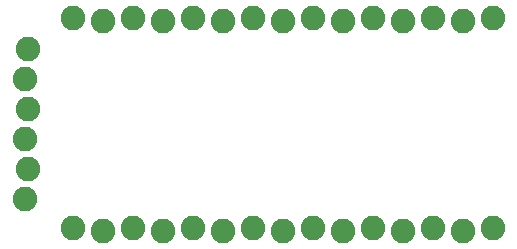
<source format=gbr>
%TF.GenerationSoftware,KiCad,Pcbnew,5.1.10*%
%TF.CreationDate,2021-05-04T23:01:40-04:00*%
%TF.ProjectId,NINA-W102_minimal_breakout,4e494e41-2d57-4313-9032-5f6d696e696d,0.5*%
%TF.SameCoordinates,Original*%
%TF.FileFunction,Soldermask,Bot*%
%TF.FilePolarity,Negative*%
%FSLAX46Y46*%
G04 Gerber Fmt 4.6, Leading zero omitted, Abs format (unit mm)*
G04 Created by KiCad (PCBNEW 5.1.10) date 2021-05-04 23:01:40*
%MOMM*%
%LPD*%
G01*
G04 APERTURE LIST*
%ADD10C,2.082800*%
G04 APERTURE END LIST*
D10*
%TO.C,J3*%
X106680000Y-100076000D03*
X106430000Y-102616000D03*
X106680000Y-105156000D03*
X106430000Y-107696000D03*
X106680000Y-110236000D03*
X106430000Y-112776000D03*
%TD*%
%TO.C,J2*%
X110490000Y-97409000D03*
X113030000Y-97663000D03*
X115570000Y-97409000D03*
X118110000Y-97663000D03*
X120650000Y-97409000D03*
X123190000Y-97663000D03*
X125730000Y-97409000D03*
X128270000Y-97663000D03*
X130810000Y-97409000D03*
X133350000Y-97663000D03*
X135890000Y-97409000D03*
X138430000Y-97663000D03*
X140970000Y-97409000D03*
X143510000Y-97663000D03*
X146050000Y-97409000D03*
%TD*%
%TO.C,J1*%
X110490000Y-115189000D03*
X113030000Y-115443000D03*
X115570000Y-115189000D03*
X118110000Y-115443000D03*
X120650000Y-115189000D03*
X123190000Y-115443000D03*
X125730000Y-115189000D03*
X128270000Y-115443000D03*
X130810000Y-115189000D03*
X133350000Y-115443000D03*
X135890000Y-115189000D03*
X138430000Y-115443000D03*
X140970000Y-115189000D03*
X143510000Y-115443000D03*
X146050000Y-115189000D03*
%TD*%
M02*

</source>
